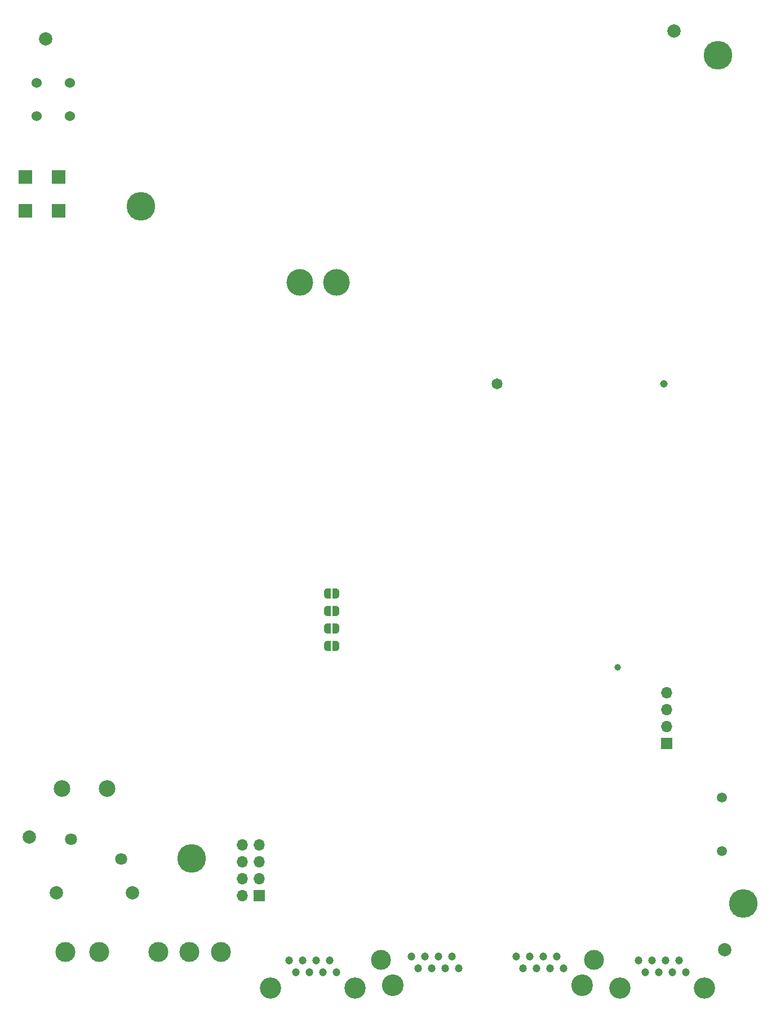
<source format=gbs>
G04 #@! TF.GenerationSoftware,KiCad,Pcbnew,7.0.5-0*
G04 #@! TF.CreationDate,2023-08-08T04:38:12-03:00*
G04 #@! TF.ProjectId,macunaima_rev2,6d616375-6e61-4696-9d61-5f726576322e,rev?*
G04 #@! TF.SameCoordinates,Original*
G04 #@! TF.FileFunction,Soldermask,Bot*
G04 #@! TF.FilePolarity,Negative*
%FSLAX46Y46*%
G04 Gerber Fmt 4.6, Leading zero omitted, Abs format (unit mm)*
G04 Created by KiCad (PCBNEW 7.0.5-0) date 2023-08-08 04:38:12*
%MOMM*%
%LPD*%
G01*
G04 APERTURE LIST*
G04 Aperture macros list*
%AMFreePoly0*
4,1,19,0.500000,-0.750000,0.000000,-0.750000,0.000000,-0.744911,-0.071157,-0.744911,-0.207708,-0.704816,-0.327430,-0.627875,-0.420627,-0.520320,-0.479746,-0.390866,-0.500000,-0.250000,-0.500000,0.250000,-0.479746,0.390866,-0.420627,0.520320,-0.327430,0.627875,-0.207708,0.704816,-0.071157,0.744911,0.000000,0.744911,0.000000,0.750000,0.500000,0.750000,0.500000,-0.750000,0.500000,-0.750000,
$1*%
%AMFreePoly1*
4,1,19,0.000000,0.744911,0.071157,0.744911,0.207708,0.704816,0.327430,0.627875,0.420627,0.520320,0.479746,0.390866,0.500000,0.250000,0.500000,-0.250000,0.479746,-0.390866,0.420627,-0.520320,0.327430,-0.627875,0.207708,-0.704816,0.071157,-0.744911,0.000000,-0.744911,0.000000,-0.750000,-0.500000,-0.750000,-0.500000,0.750000,0.000000,0.750000,0.000000,0.744911,0.000000,0.744911,
$1*%
G04 Aperture macros list end*
%ADD10R,1.700000X1.700000*%
%ADD11O,1.700000X1.700000*%
%ADD12C,2.000000*%
%ADD13C,2.500000*%
%ADD14C,4.000000*%
%ADD15C,4.300000*%
%ADD16C,3.200000*%
%ADD17C,1.200000*%
%ADD18C,1.651000*%
%ADD19C,1.143000*%
%ADD20C,1.498600*%
%ADD21C,1.524000*%
%ADD22R,2.000000X2.000000*%
%ADD23C,3.000000*%
%ADD24C,3.250000*%
%ADD25C,1.800000*%
%ADD26FreePoly0,180.000000*%
%ADD27FreePoly1,180.000000*%
%ADD28C,1.000000*%
G04 APERTURE END LIST*
D10*
X36595000Y-132961129D03*
D11*
X34055000Y-132961129D03*
X36595000Y-130421129D03*
X34055000Y-130421129D03*
X36595000Y-127881129D03*
X34055000Y-127881129D03*
X36595000Y-125341129D03*
X34055000Y-125341129D03*
D12*
X17555000Y-132516200D03*
X6155000Y-132516200D03*
D13*
X6972391Y-116881200D03*
X13722391Y-116881200D03*
D14*
X42722391Y-40881200D03*
X48222391Y-40881200D03*
D15*
X105570000Y-6716200D03*
X18865000Y-29466200D03*
D10*
X97846892Y-110111200D03*
D11*
X97846892Y-107571200D03*
X97846892Y-105031200D03*
X97846892Y-102491200D03*
D16*
X90795000Y-146856200D03*
X103495000Y-146856200D03*
D17*
X100715000Y-144506200D03*
X99695000Y-142726200D03*
X98675000Y-144506200D03*
X97655000Y-142726200D03*
X96635000Y-144506200D03*
X95615000Y-142726200D03*
X94595000Y-144506200D03*
X93575000Y-142726200D03*
D16*
X38295000Y-146856200D03*
X50995000Y-146856200D03*
D17*
X48215000Y-144506200D03*
X47195000Y-142726200D03*
X46175000Y-144506200D03*
X45155000Y-142726200D03*
X44135000Y-144506200D03*
X43115000Y-142726200D03*
X42095000Y-144506200D03*
X41075000Y-142726200D03*
D18*
X72376447Y-56140601D03*
D19*
X97376449Y-56140601D03*
D20*
X106149046Y-126259723D03*
X106149046Y-118259723D03*
D21*
X8163158Y-10896200D03*
X3163158Y-10896200D03*
X8163158Y-15896200D03*
X3163158Y-15896200D03*
D22*
X6490000Y-25066200D03*
X1440000Y-25066200D03*
X6490000Y-30116200D03*
X1440000Y-30116200D03*
D23*
X7445000Y-141411200D03*
X12525000Y-141411200D03*
D24*
X56670000Y-146456200D03*
X85120000Y-146456200D03*
D17*
X82345000Y-143916200D03*
X81325000Y-142136200D03*
X80305000Y-143916200D03*
X79285000Y-142136200D03*
X78265000Y-143916200D03*
X77245000Y-142136200D03*
X76225000Y-143916200D03*
X75205000Y-142136200D03*
X66585000Y-143916200D03*
X65565000Y-142136200D03*
X64545000Y-143916200D03*
X63525000Y-142136200D03*
X62505000Y-143916200D03*
X61485000Y-142136200D03*
X60465000Y-143916200D03*
X59445000Y-142136200D03*
D23*
X86895000Y-142656200D03*
X54895000Y-142656200D03*
X21420000Y-141431200D03*
X26120000Y-141431200D03*
X30820000Y-141431200D03*
D15*
X109315000Y-134186200D03*
D25*
X8335000Y-124536200D03*
X15835000Y-127436200D03*
D15*
X26445000Y-127356200D03*
D26*
X48167000Y-87612200D03*
D27*
X46867000Y-87612200D03*
D12*
X106565000Y-141076200D03*
D26*
X48167000Y-92861532D03*
D27*
X46867000Y-92861532D03*
D12*
X4485000Y-4276200D03*
D28*
X90490000Y-98686200D03*
D12*
X2025000Y-124156200D03*
X98895000Y-3126200D03*
D26*
X48167000Y-95486200D03*
D27*
X46867000Y-95486200D03*
D26*
X48167000Y-90236866D03*
D27*
X46867000Y-90236866D03*
M02*

</source>
